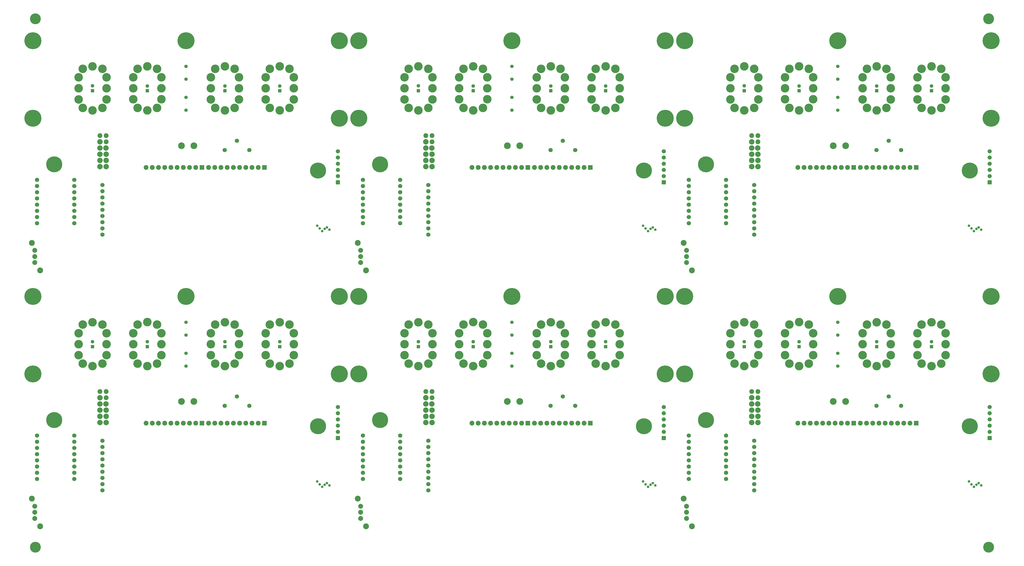
<source format=gbs>
%FSAX24Y24*%
%MOIN*%
G70*
G01*
G75*
G04 Layer_Color=16711935*
%ADD10C,0.0630*%
%ADD11R,3.0070X0.2530*%
G04:AMPARAMS|DCode=12|XSize=24mil|YSize=59.1mil|CornerRadius=0.6mil|HoleSize=0mil|Usage=FLASHONLY|Rotation=270.000|XOffset=0mil|YOffset=0mil|HoleType=Round|Shape=RoundedRectangle|*
%AMROUNDEDRECTD12*
21,1,0.0240,0.0579,0,0,270.0*
21,1,0.0228,0.0591,0,0,270.0*
1,1,0.0012,-0.0289,-0.0114*
1,1,0.0012,-0.0289,0.0114*
1,1,0.0012,0.0289,0.0114*
1,1,0.0012,0.0289,-0.0114*
%
%ADD12ROUNDEDRECTD12*%
G04:AMPARAMS|DCode=13|XSize=24mil|YSize=59.1mil|CornerRadius=0.6mil|HoleSize=0mil|Usage=FLASHONLY|Rotation=180.000|XOffset=0mil|YOffset=0mil|HoleType=Round|Shape=RoundedRectangle|*
%AMROUNDEDRECTD13*
21,1,0.0240,0.0579,0,0,180.0*
21,1,0.0228,0.0591,0,0,180.0*
1,1,0.0012,-0.0114,0.0289*
1,1,0.0012,0.0114,0.0289*
1,1,0.0012,0.0114,-0.0289*
1,1,0.0012,-0.0114,-0.0289*
%
%ADD13ROUNDEDRECTD13*%
%ADD14R,0.0669X0.0984*%
%ADD15R,0.0512X0.0591*%
%ADD16R,0.0512X0.0236*%
%ADD17R,0.0709X0.0630*%
%ADD18R,0.0472X0.1575*%
G04:AMPARAMS|DCode=19|XSize=70.9mil|YSize=63mil|CornerRadius=0mil|HoleSize=0mil|Usage=FLASHONLY|Rotation=315.000|XOffset=0mil|YOffset=0mil|HoleType=Round|Shape=Rectangle|*
%AMROTATEDRECTD19*
4,1,4,-0.0473,0.0028,-0.0028,0.0473,0.0473,-0.0028,0.0028,-0.0473,-0.0473,0.0028,0.0*
%
%ADD19ROTATEDRECTD19*%

G04:AMPARAMS|DCode=20|XSize=70.9mil|YSize=63mil|CornerRadius=0mil|HoleSize=0mil|Usage=FLASHONLY|Rotation=45.000|XOffset=0mil|YOffset=0mil|HoleType=Round|Shape=Rectangle|*
%AMROTATEDRECTD20*
4,1,4,-0.0028,-0.0473,-0.0473,-0.0028,0.0028,0.0473,0.0473,0.0028,-0.0028,-0.0473,0.0*
%
%ADD20ROTATEDRECTD20*%

%ADD21O,0.0236X0.0866*%
%ADD22O,0.0866X0.0236*%
%ADD23R,0.0630X0.1063*%
%ADD24R,0.1063X0.0630*%
%ADD25R,0.0630X0.0709*%
%ADD26O,0.0669X0.0138*%
%ADD27O,0.0138X0.0669*%
%ADD28O,0.0236X0.0787*%
%ADD29R,0.1378X0.0669*%
%ADD30R,0.1417X0.0591*%
%ADD31R,0.1024X0.0945*%
%ADD32R,0.0945X0.1024*%
%ADD33R,0.0984X0.0669*%
G04:AMPARAMS|DCode=34|XSize=21.7mil|YSize=68.9mil|CornerRadius=0mil|HoleSize=0mil|Usage=FLASHONLY|Rotation=135.000|XOffset=0mil|YOffset=0mil|HoleType=Round|Shape=Round|*
%AMOVALD34*
21,1,0.0472,0.0217,0.0000,0.0000,225.0*
1,1,0.0217,0.0167,0.0167*
1,1,0.0217,-0.0167,-0.0167*
%
%ADD34OVALD34*%

G04:AMPARAMS|DCode=35|XSize=21.7mil|YSize=68.9mil|CornerRadius=0mil|HoleSize=0mil|Usage=FLASHONLY|Rotation=225.000|XOffset=0mil|YOffset=0mil|HoleType=Round|Shape=Round|*
%AMOVALD35*
21,1,0.0472,0.0217,0.0000,0.0000,315.0*
1,1,0.0217,-0.0167,0.0167*
1,1,0.0217,0.0167,-0.0167*
%
%ADD35OVALD35*%

%ADD36O,0.0236X0.0591*%
%ADD37R,0.0591X0.0512*%
%ADD38R,0.0551X0.1280*%
%ADD39C,0.0079*%
%ADD40C,0.0197*%
%ADD41C,0.0400*%
%ADD42C,0.0394*%
%ADD43C,0.0118*%
%ADD44C,0.0100*%
%ADD45C,0.0330*%
%ADD46R,0.0394X0.0394*%
%ADD47P,0.1114X4X270.0*%
%ADD48R,0.1000X0.0900*%
%ADD49C,0.1250*%
%ADD50C,0.1300*%
%ADD51C,0.0600*%
%ADD52C,0.0700*%
%ADD53C,0.0800*%
%ADD54R,0.0700X0.0700*%
%ADD55C,0.0709*%
%ADD56C,0.0394*%
%ADD57C,0.2500*%
%ADD58R,0.0492X0.0492*%
%ADD59C,0.0492*%
%ADD60R,0.0591X0.0591*%
%ADD61C,0.0591*%
%ADD62C,0.0472*%
%ADD63C,0.0315*%
%ADD64C,0.0984*%
%ADD65C,0.0600*%
%ADD66R,15.7490X0.1250*%
%ADD67C,0.1850*%
%ADD68R,0.9650X0.5150*%
%ADD69C,0.1650*%
%ADD70C,0.1500*%
%ADD71C,0.1400*%
%ADD72C,0.0640*%
%ADD73C,0.0610*%
G04:AMPARAMS|DCode=74|XSize=84mil|YSize=84mil|CornerRadius=0mil|HoleSize=0mil|Usage=FLASHONLY|Rotation=0.000|XOffset=0mil|YOffset=0mil|HoleType=Round|Shape=Relief|Width=10mil|Gap=10mil|Entries=4|*
%AMTHD74*
7,0,0,0.0840,0.0640,0.0100,45*
%
%ADD74THD74*%
%ADD75C,0.0770*%
%ADD76C,0.0750*%
G04:AMPARAMS|DCode=77|XSize=100mil|YSize=100mil|CornerRadius=0mil|HoleSize=0mil|Usage=FLASHONLY|Rotation=0.000|XOffset=0mil|YOffset=0mil|HoleType=Round|Shape=Relief|Width=10mil|Gap=10mil|Entries=4|*
%AMTHD77*
7,0,0,0.1000,0.0800,0.0100,45*
%
%ADD77THD77*%
G04:AMPARAMS|DCode=78|XSize=95mil|YSize=95mil|CornerRadius=0mil|HoleSize=0mil|Usage=FLASHONLY|Rotation=0.000|XOffset=0mil|YOffset=0mil|HoleType=Round|Shape=Relief|Width=10mil|Gap=10mil|Entries=4|*
%AMTHD78*
7,0,0,0.0950,0.0750,0.0100,45*
%
%ADD78THD78*%
G04:AMPARAMS|DCode=79|XSize=90mil|YSize=90mil|CornerRadius=0mil|HoleSize=0mil|Usage=FLASHONLY|Rotation=0.000|XOffset=0mil|YOffset=0mil|HoleType=Round|Shape=Relief|Width=10mil|Gap=10mil|Entries=4|*
%AMTHD79*
7,0,0,0.0900,0.0700,0.0100,45*
%
%ADD79THD79*%
%ADD80C,0.0872*%
%ADD81C,0.0754*%
%ADD82C,0.0597*%
%ADD83C,0.1685*%
%ADD84C,0.0695*%
G04:AMPARAMS|DCode=85|XSize=95.433mil|YSize=95.433mil|CornerRadius=0mil|HoleSize=0mil|Usage=FLASHONLY|Rotation=0.000|XOffset=0mil|YOffset=0mil|HoleType=Round|Shape=Relief|Width=10mil|Gap=10mil|Entries=4|*
%AMTHD85*
7,0,0,0.0954,0.0754,0.0100,45*
%
%ADD85THD85*%
%ADD86C,0.0650*%
%ADD87C,0.0518*%
%ADD88C,0.1100*%
G04:AMPARAMS|DCode=89|XSize=71.811mil|YSize=71.811mil|CornerRadius=0mil|HoleSize=0mil|Usage=FLASHONLY|Rotation=0.000|XOffset=0mil|YOffset=0mil|HoleType=Round|Shape=Relief|Width=10mil|Gap=10mil|Entries=4|*
%AMTHD89*
7,0,0,0.0718,0.0518,0.0100,45*
%
%ADD89THD89*%
%ADD90C,0.0787*%
%ADD91C,0.1250*%
G04:AMPARAMS|DCode=92|XSize=89.528mil|YSize=89.528mil|CornerRadius=0mil|HoleSize=0mil|Usage=FLASHONLY|Rotation=0.000|XOffset=0mil|YOffset=0mil|HoleType=Round|Shape=Relief|Width=10mil|Gap=10mil|Entries=4|*
%AMTHD92*
7,0,0,0.0895,0.0695,0.0100,45*
%
%ADD92THD92*%
%ADD93C,0.0750*%
%ADD94C,0.0295*%
%ADD95R,0.5118X0.3543*%
%ADD96R,0.0230X0.2510*%
%ADD97C,0.0050*%
%ADD98C,0.0098*%
%ADD99C,0.1181*%
%ADD100C,0.0236*%
%ADD101C,0.0039*%
%ADD102C,0.0080*%
%ADD103R,0.1715X0.0705*%
%ADD104R,0.0815X0.0830*%
%ADD105R,0.0910X0.0580*%
%ADD106R,0.0310X0.1160*%
%ADD107R,0.1673X0.1525*%
%ADD108R,0.4331X0.0320*%
%ADD109C,0.1417*%
G04:AMPARAMS|DCode=110|XSize=32mil|YSize=67.1mil|CornerRadius=4.6mil|HoleSize=0mil|Usage=FLASHONLY|Rotation=270.000|XOffset=0mil|YOffset=0mil|HoleType=Round|Shape=RoundedRectangle|*
%AMROUNDEDRECTD110*
21,1,0.0320,0.0579,0,0,270.0*
21,1,0.0228,0.0671,0,0,270.0*
1,1,0.0092,-0.0289,-0.0114*
1,1,0.0092,-0.0289,0.0114*
1,1,0.0092,0.0289,0.0114*
1,1,0.0092,0.0289,-0.0114*
%
%ADD110ROUNDEDRECTD110*%
G04:AMPARAMS|DCode=111|XSize=32mil|YSize=67.1mil|CornerRadius=4.6mil|HoleSize=0mil|Usage=FLASHONLY|Rotation=180.000|XOffset=0mil|YOffset=0mil|HoleType=Round|Shape=RoundedRectangle|*
%AMROUNDEDRECTD111*
21,1,0.0320,0.0579,0,0,180.0*
21,1,0.0228,0.0671,0,0,180.0*
1,1,0.0092,-0.0114,0.0289*
1,1,0.0092,0.0114,0.0289*
1,1,0.0092,0.0114,-0.0289*
1,1,0.0092,-0.0114,-0.0289*
%
%ADD111ROUNDEDRECTD111*%
%ADD112R,0.0749X0.1064*%
%ADD113R,0.0592X0.0671*%
%ADD114R,0.0592X0.0316*%
%ADD115R,0.0789X0.0710*%
%ADD116R,0.0552X0.1655*%
G04:AMPARAMS|DCode=117|XSize=78.9mil|YSize=71mil|CornerRadius=0mil|HoleSize=0mil|Usage=FLASHONLY|Rotation=315.000|XOffset=0mil|YOffset=0mil|HoleType=Round|Shape=Rectangle|*
%AMROTATEDRECTD117*
4,1,4,-0.0530,0.0028,-0.0028,0.0530,0.0530,-0.0028,0.0028,-0.0530,-0.0530,0.0028,0.0*
%
%ADD117ROTATEDRECTD117*%

G04:AMPARAMS|DCode=118|XSize=78.9mil|YSize=71mil|CornerRadius=0mil|HoleSize=0mil|Usage=FLASHONLY|Rotation=45.000|XOffset=0mil|YOffset=0mil|HoleType=Round|Shape=Rectangle|*
%AMROTATEDRECTD118*
4,1,4,-0.0028,-0.0530,-0.0530,-0.0028,0.0028,0.0530,0.0530,0.0028,-0.0028,-0.0530,0.0*
%
%ADD118ROTATEDRECTD118*%

%ADD119O,0.0316X0.0946*%
%ADD120O,0.0946X0.0316*%
%ADD121R,0.0710X0.1143*%
%ADD122R,0.1143X0.0710*%
%ADD123R,0.0710X0.0789*%
%ADD124O,0.0689X0.0158*%
%ADD125O,0.0158X0.0689*%
%ADD126O,0.0316X0.0867*%
%ADD127R,0.1458X0.0749*%
%ADD128R,0.1497X0.0671*%
%ADD129R,0.1104X0.1025*%
%ADD130R,0.1025X0.1104*%
%ADD131R,0.1064X0.0749*%
G04:AMPARAMS|DCode=132|XSize=37.4mil|YSize=84.6mil|CornerRadius=0mil|HoleSize=0mil|Usage=FLASHONLY|Rotation=135.000|XOffset=0mil|YOffset=0mil|HoleType=Round|Shape=Round|*
%AMOVALD132*
21,1,0.0472,0.0374,0.0000,0.0000,225.0*
1,1,0.0374,0.0167,0.0167*
1,1,0.0374,-0.0167,-0.0167*
%
%ADD132OVALD132*%

G04:AMPARAMS|DCode=133|XSize=37.4mil|YSize=84.6mil|CornerRadius=0mil|HoleSize=0mil|Usage=FLASHONLY|Rotation=225.000|XOffset=0mil|YOffset=0mil|HoleType=Round|Shape=Round|*
%AMOVALD133*
21,1,0.0472,0.0374,0.0000,0.0000,315.0*
1,1,0.0374,-0.0167,0.0167*
1,1,0.0374,0.0167,-0.0167*
%
%ADD133OVALD133*%

%ADD134O,0.0316X0.0671*%
%ADD135R,0.0671X0.0592*%
%ADD136R,0.0631X0.1360*%
%ADD137C,0.1750*%
%ADD138C,0.1380*%
%ADD139C,0.0680*%
%ADD140C,0.0780*%
%ADD141C,0.0880*%
%ADD142R,0.0780X0.0780*%
%ADD143C,0.0945*%
%ADD144C,0.0789*%
%ADD145C,0.2580*%
%ADD146C,0.2736*%
%ADD147R,0.0572X0.0572*%
%ADD148C,0.0572*%
%ADD149R,0.0671X0.0671*%
%ADD150C,0.0671*%
%ADD151C,0.0080*%
%ADD152C,0.0552*%
%ADD153C,0.0415*%
%ADD154C,0.1084*%
D137*
X012509Y098027D02*
D03*
X166072D02*
D03*
Y012840D02*
D03*
X012509D02*
D03*
D138*
X050286Y048708D02*
D03*
X049597Y047330D02*
D03*
Y045558D02*
D03*
Y043786D02*
D03*
X050286Y042408D02*
D03*
X051860Y042015D02*
D03*
Y049101D02*
D03*
X053435Y048708D02*
D03*
X054124Y047330D02*
D03*
Y045558D02*
D03*
Y043786D02*
D03*
X053435Y042408D02*
D03*
X044615D02*
D03*
X045304Y043786D02*
D03*
Y045558D02*
D03*
Y047330D02*
D03*
X044615Y048708D02*
D03*
X043040Y049101D02*
D03*
Y042015D02*
D03*
X041466Y042408D02*
D03*
X040777Y043786D02*
D03*
Y045558D02*
D03*
Y047330D02*
D03*
X041466Y048708D02*
D03*
X028966Y048716D02*
D03*
X028277Y047338D02*
D03*
Y045566D02*
D03*
Y043794D02*
D03*
X028966Y042416D02*
D03*
X030540Y042023D02*
D03*
Y049109D02*
D03*
X032115Y048716D02*
D03*
X032804Y047338D02*
D03*
Y045566D02*
D03*
Y043794D02*
D03*
X032115Y042416D02*
D03*
X023295Y042408D02*
D03*
X023984Y043786D02*
D03*
Y045558D02*
D03*
Y047330D02*
D03*
X023295Y048708D02*
D03*
X021720Y049101D02*
D03*
Y042015D02*
D03*
X020146Y042408D02*
D03*
X019457Y043786D02*
D03*
Y045558D02*
D03*
Y047330D02*
D03*
X020146Y048708D02*
D03*
X102786D02*
D03*
X102097Y047330D02*
D03*
Y045558D02*
D03*
Y043786D02*
D03*
X102786Y042408D02*
D03*
X104360Y042015D02*
D03*
Y049101D02*
D03*
X105935Y048708D02*
D03*
X106624Y047330D02*
D03*
Y045558D02*
D03*
Y043786D02*
D03*
X105935Y042408D02*
D03*
X097115D02*
D03*
X097804Y043786D02*
D03*
Y045558D02*
D03*
Y047330D02*
D03*
X097115Y048708D02*
D03*
X095540Y049101D02*
D03*
Y042015D02*
D03*
X093966Y042408D02*
D03*
X093277Y043786D02*
D03*
Y045558D02*
D03*
Y047330D02*
D03*
X093966Y048708D02*
D03*
X081466Y048716D02*
D03*
X080777Y047338D02*
D03*
Y045566D02*
D03*
Y043794D02*
D03*
X081466Y042416D02*
D03*
X083040Y042023D02*
D03*
Y049109D02*
D03*
X084615Y048716D02*
D03*
X085304Y047338D02*
D03*
Y045566D02*
D03*
Y043794D02*
D03*
X084615Y042416D02*
D03*
X075795Y042408D02*
D03*
X076484Y043786D02*
D03*
Y045558D02*
D03*
Y047330D02*
D03*
X075795Y048708D02*
D03*
X074220Y049101D02*
D03*
Y042015D02*
D03*
X072646Y042408D02*
D03*
X071957Y043786D02*
D03*
Y045558D02*
D03*
Y047330D02*
D03*
X072646Y048708D02*
D03*
X155286D02*
D03*
X154597Y047330D02*
D03*
Y045558D02*
D03*
Y043786D02*
D03*
X155286Y042408D02*
D03*
X156860Y042015D02*
D03*
Y049101D02*
D03*
X158435Y048708D02*
D03*
X159124Y047330D02*
D03*
Y045558D02*
D03*
Y043786D02*
D03*
X158435Y042408D02*
D03*
X149615D02*
D03*
X150304Y043786D02*
D03*
Y045558D02*
D03*
Y047330D02*
D03*
X149615Y048708D02*
D03*
X148040Y049101D02*
D03*
Y042015D02*
D03*
X146466Y042408D02*
D03*
X145777Y043786D02*
D03*
Y045558D02*
D03*
Y047330D02*
D03*
X146466Y048708D02*
D03*
X133966Y048716D02*
D03*
X133277Y047338D02*
D03*
Y045566D02*
D03*
Y043794D02*
D03*
X133966Y042416D02*
D03*
X135540Y042023D02*
D03*
Y049109D02*
D03*
X137115Y048716D02*
D03*
X137804Y047338D02*
D03*
Y045566D02*
D03*
Y043794D02*
D03*
X137115Y042416D02*
D03*
X128295Y042408D02*
D03*
X128984Y043786D02*
D03*
Y045558D02*
D03*
Y047330D02*
D03*
X128295Y048708D02*
D03*
X126720Y049101D02*
D03*
Y042015D02*
D03*
X125146Y042408D02*
D03*
X124457Y043786D02*
D03*
Y045558D02*
D03*
Y047330D02*
D03*
X125146Y048708D02*
D03*
X050286Y089958D02*
D03*
X049597Y088580D02*
D03*
Y086808D02*
D03*
Y085036D02*
D03*
X050286Y083658D02*
D03*
X051860Y083265D02*
D03*
Y090351D02*
D03*
X053435Y089958D02*
D03*
X054124Y088580D02*
D03*
Y086808D02*
D03*
Y085036D02*
D03*
X053435Y083658D02*
D03*
X044615D02*
D03*
X045304Y085036D02*
D03*
Y086808D02*
D03*
Y088580D02*
D03*
X044615Y089958D02*
D03*
X043040Y090351D02*
D03*
Y083265D02*
D03*
X041466Y083658D02*
D03*
X040777Y085036D02*
D03*
Y086808D02*
D03*
Y088580D02*
D03*
X041466Y089958D02*
D03*
X028966Y089966D02*
D03*
X028277Y088588D02*
D03*
Y086816D02*
D03*
Y085044D02*
D03*
X028966Y083666D02*
D03*
X030540Y083273D02*
D03*
Y090359D02*
D03*
X032115Y089966D02*
D03*
X032804Y088588D02*
D03*
Y086816D02*
D03*
Y085044D02*
D03*
X032115Y083666D02*
D03*
X023295Y083658D02*
D03*
X023984Y085036D02*
D03*
Y086808D02*
D03*
Y088580D02*
D03*
X023295Y089958D02*
D03*
X021720Y090351D02*
D03*
Y083265D02*
D03*
X020146Y083658D02*
D03*
X019457Y085036D02*
D03*
Y086808D02*
D03*
Y088580D02*
D03*
X020146Y089958D02*
D03*
X102786D02*
D03*
X102097Y088580D02*
D03*
Y086808D02*
D03*
Y085036D02*
D03*
X102786Y083658D02*
D03*
X104360Y083265D02*
D03*
Y090351D02*
D03*
X105935Y089958D02*
D03*
X106624Y088580D02*
D03*
Y086808D02*
D03*
Y085036D02*
D03*
X105935Y083658D02*
D03*
X097115D02*
D03*
X097804Y085036D02*
D03*
Y086808D02*
D03*
Y088580D02*
D03*
X097115Y089958D02*
D03*
X095540Y090351D02*
D03*
Y083265D02*
D03*
X093966Y083658D02*
D03*
X093277Y085036D02*
D03*
Y086808D02*
D03*
Y088580D02*
D03*
X093966Y089958D02*
D03*
X081466Y089966D02*
D03*
X080777Y088588D02*
D03*
Y086816D02*
D03*
Y085044D02*
D03*
X081466Y083666D02*
D03*
X083040Y083273D02*
D03*
Y090359D02*
D03*
X084615Y089966D02*
D03*
X085304Y088588D02*
D03*
Y086816D02*
D03*
Y085044D02*
D03*
X084615Y083666D02*
D03*
X075795Y083658D02*
D03*
X076484Y085036D02*
D03*
Y086808D02*
D03*
Y088580D02*
D03*
X075795Y089958D02*
D03*
X074220Y090351D02*
D03*
Y083265D02*
D03*
X072646Y083658D02*
D03*
X071957Y085036D02*
D03*
Y086808D02*
D03*
Y088580D02*
D03*
X072646Y089958D02*
D03*
X155286D02*
D03*
X154597Y088580D02*
D03*
Y086808D02*
D03*
Y085036D02*
D03*
X155286Y083658D02*
D03*
X156860Y083265D02*
D03*
Y090351D02*
D03*
X158435Y089958D02*
D03*
X159124Y088580D02*
D03*
Y086808D02*
D03*
Y085036D02*
D03*
X158435Y083658D02*
D03*
X149615D02*
D03*
X150304Y085036D02*
D03*
Y086808D02*
D03*
Y088580D02*
D03*
X149615Y089958D02*
D03*
X148040Y090351D02*
D03*
Y083265D02*
D03*
X146466Y083658D02*
D03*
X145777Y085036D02*
D03*
Y086808D02*
D03*
Y088580D02*
D03*
X146466Y089958D02*
D03*
X133966Y089966D02*
D03*
X133277Y088588D02*
D03*
Y086816D02*
D03*
Y085044D02*
D03*
X133966Y083666D02*
D03*
X135540Y083273D02*
D03*
Y090359D02*
D03*
X137115Y089966D02*
D03*
X137804Y088588D02*
D03*
Y086816D02*
D03*
Y085044D02*
D03*
X137115Y083666D02*
D03*
X128295Y083658D02*
D03*
X128984Y085036D02*
D03*
Y086808D02*
D03*
Y088580D02*
D03*
X128295Y089958D02*
D03*
X126720Y090351D02*
D03*
Y083265D02*
D03*
X125146Y083658D02*
D03*
X124457Y085036D02*
D03*
Y086808D02*
D03*
Y088580D02*
D03*
X125146Y089958D02*
D03*
D139*
X012790Y023808D02*
D03*
Y024808D02*
D03*
Y025808D02*
D03*
Y026808D02*
D03*
Y027808D02*
D03*
Y028808D02*
D03*
Y029808D02*
D03*
Y030808D02*
D03*
X018790D02*
D03*
Y029808D02*
D03*
Y028808D02*
D03*
Y027808D02*
D03*
Y026808D02*
D03*
Y025808D02*
D03*
Y024808D02*
D03*
Y023808D02*
D03*
X023306Y029981D02*
D03*
Y028981D02*
D03*
Y027981D02*
D03*
Y026981D02*
D03*
Y025981D02*
D03*
Y024981D02*
D03*
Y023981D02*
D03*
Y022981D02*
D03*
Y021981D02*
D03*
X046959Y035608D02*
D03*
X044990Y037108D02*
D03*
X043022Y035608D02*
D03*
X065290Y023808D02*
D03*
Y024808D02*
D03*
Y025808D02*
D03*
Y026808D02*
D03*
Y027808D02*
D03*
Y028808D02*
D03*
Y029808D02*
D03*
Y030808D02*
D03*
X071290D02*
D03*
Y029808D02*
D03*
Y028808D02*
D03*
Y027808D02*
D03*
Y026808D02*
D03*
Y025808D02*
D03*
Y024808D02*
D03*
Y023808D02*
D03*
X075806Y029981D02*
D03*
Y028981D02*
D03*
Y027981D02*
D03*
Y026981D02*
D03*
Y025981D02*
D03*
Y024981D02*
D03*
Y023981D02*
D03*
Y022981D02*
D03*
Y021981D02*
D03*
X099459Y035608D02*
D03*
X097490Y037108D02*
D03*
X095522Y035608D02*
D03*
X117790Y023808D02*
D03*
Y024808D02*
D03*
Y025808D02*
D03*
Y026808D02*
D03*
Y027808D02*
D03*
Y028808D02*
D03*
Y029808D02*
D03*
Y030808D02*
D03*
X123790D02*
D03*
Y029808D02*
D03*
Y028808D02*
D03*
Y027808D02*
D03*
Y026808D02*
D03*
Y025808D02*
D03*
Y024808D02*
D03*
Y023808D02*
D03*
X128306Y029981D02*
D03*
Y028981D02*
D03*
Y027981D02*
D03*
Y026981D02*
D03*
Y025981D02*
D03*
Y024981D02*
D03*
Y023981D02*
D03*
Y022981D02*
D03*
Y021981D02*
D03*
X151959Y035608D02*
D03*
X149990Y037108D02*
D03*
X148022Y035608D02*
D03*
X012790Y065058D02*
D03*
Y066058D02*
D03*
Y067058D02*
D03*
Y068058D02*
D03*
Y069058D02*
D03*
Y070058D02*
D03*
Y071058D02*
D03*
Y072058D02*
D03*
X018790D02*
D03*
Y071058D02*
D03*
Y070058D02*
D03*
Y069058D02*
D03*
Y068058D02*
D03*
Y067058D02*
D03*
Y066058D02*
D03*
Y065058D02*
D03*
X023306Y071231D02*
D03*
Y070231D02*
D03*
Y069231D02*
D03*
Y068231D02*
D03*
Y067231D02*
D03*
Y066231D02*
D03*
Y065231D02*
D03*
Y064231D02*
D03*
Y063231D02*
D03*
X046959Y076858D02*
D03*
X044990Y078358D02*
D03*
X043022Y076858D02*
D03*
X065290Y065058D02*
D03*
Y066058D02*
D03*
Y067058D02*
D03*
Y068058D02*
D03*
Y069058D02*
D03*
Y070058D02*
D03*
Y071058D02*
D03*
Y072058D02*
D03*
X071290D02*
D03*
Y071058D02*
D03*
Y070058D02*
D03*
Y069058D02*
D03*
Y068058D02*
D03*
Y067058D02*
D03*
Y066058D02*
D03*
Y065058D02*
D03*
X075806Y071231D02*
D03*
Y070231D02*
D03*
Y069231D02*
D03*
Y068231D02*
D03*
Y067231D02*
D03*
Y066231D02*
D03*
Y065231D02*
D03*
Y064231D02*
D03*
Y063231D02*
D03*
X099459Y076858D02*
D03*
X097490Y078358D02*
D03*
X095522Y076858D02*
D03*
X117790Y065058D02*
D03*
Y066058D02*
D03*
Y067058D02*
D03*
Y068058D02*
D03*
Y069058D02*
D03*
Y070058D02*
D03*
Y071058D02*
D03*
Y072058D02*
D03*
X123790D02*
D03*
Y071058D02*
D03*
Y070058D02*
D03*
Y069058D02*
D03*
Y068058D02*
D03*
Y067058D02*
D03*
Y066058D02*
D03*
Y065058D02*
D03*
X128306Y071231D02*
D03*
Y070231D02*
D03*
Y069231D02*
D03*
Y068231D02*
D03*
Y067231D02*
D03*
Y066231D02*
D03*
Y065231D02*
D03*
Y064231D02*
D03*
Y063231D02*
D03*
X151959Y076858D02*
D03*
X149990Y078358D02*
D03*
X148022Y076858D02*
D03*
D140*
X022903Y037930D02*
D03*
X023903D02*
D03*
Y036930D02*
D03*
X038330Y032808D02*
D03*
X037330D02*
D03*
X036330D02*
D03*
X035330D02*
D03*
X034330D02*
D03*
X033330D02*
D03*
X032330D02*
D03*
X031330D02*
D03*
X030330D02*
D03*
X040410D02*
D03*
X041410D02*
D03*
X042410D02*
D03*
X043410D02*
D03*
X044410D02*
D03*
X045410D02*
D03*
X046410D02*
D03*
X047410D02*
D03*
X048410D02*
D03*
X075403Y037930D02*
D03*
X076403D02*
D03*
Y036930D02*
D03*
X090830Y032808D02*
D03*
X089830D02*
D03*
X088830D02*
D03*
X087830D02*
D03*
X086830D02*
D03*
X085830D02*
D03*
X084830D02*
D03*
X083830D02*
D03*
X082830D02*
D03*
X092910D02*
D03*
X093910D02*
D03*
X094910D02*
D03*
X095910D02*
D03*
X096910D02*
D03*
X097910D02*
D03*
X098910D02*
D03*
X099910D02*
D03*
X100910D02*
D03*
X127903Y037930D02*
D03*
X128903D02*
D03*
Y036930D02*
D03*
X143330Y032808D02*
D03*
X142330D02*
D03*
X141330D02*
D03*
X140330D02*
D03*
X139330D02*
D03*
X138330D02*
D03*
X137330D02*
D03*
X136330D02*
D03*
X135330D02*
D03*
X145410D02*
D03*
X146410D02*
D03*
X147410D02*
D03*
X148410D02*
D03*
X149410D02*
D03*
X150410D02*
D03*
X151410D02*
D03*
X152410D02*
D03*
X153410D02*
D03*
X022903Y079180D02*
D03*
X023903D02*
D03*
Y078180D02*
D03*
X038330Y074058D02*
D03*
X037330D02*
D03*
X036330D02*
D03*
X035330D02*
D03*
X034330D02*
D03*
X033330D02*
D03*
X032330D02*
D03*
X031330D02*
D03*
X030330D02*
D03*
X040410D02*
D03*
X041410D02*
D03*
X042410D02*
D03*
X043410D02*
D03*
X044410D02*
D03*
X045410D02*
D03*
X046410D02*
D03*
X047410D02*
D03*
X048410D02*
D03*
X075403Y079180D02*
D03*
X076403D02*
D03*
Y078180D02*
D03*
X090830Y074058D02*
D03*
X089830D02*
D03*
X088830D02*
D03*
X087830D02*
D03*
X086830D02*
D03*
X085830D02*
D03*
X084830D02*
D03*
X083830D02*
D03*
X082830D02*
D03*
X092910D02*
D03*
X093910D02*
D03*
X094910D02*
D03*
X095910D02*
D03*
X096910D02*
D03*
X097910D02*
D03*
X098910D02*
D03*
X099910D02*
D03*
X100910D02*
D03*
X127903Y079180D02*
D03*
X128903D02*
D03*
Y078180D02*
D03*
X143330Y074058D02*
D03*
X142330D02*
D03*
X141330D02*
D03*
X140330D02*
D03*
X139330D02*
D03*
X138330D02*
D03*
X137330D02*
D03*
X136330D02*
D03*
X135330D02*
D03*
X145410D02*
D03*
X146410D02*
D03*
X147410D02*
D03*
X148410D02*
D03*
X149410D02*
D03*
X150410D02*
D03*
X151410D02*
D03*
X152410D02*
D03*
X153410D02*
D03*
D141*
X022903Y036930D02*
D03*
Y035930D02*
D03*
Y034930D02*
D03*
Y033930D02*
D03*
Y032930D02*
D03*
X023887Y035930D02*
D03*
X023903Y034930D02*
D03*
Y033930D02*
D03*
Y032930D02*
D03*
X075403Y036930D02*
D03*
Y035930D02*
D03*
Y034930D02*
D03*
Y033930D02*
D03*
Y032930D02*
D03*
X076387Y035930D02*
D03*
X076403Y034930D02*
D03*
Y033930D02*
D03*
Y032930D02*
D03*
X127903Y036930D02*
D03*
Y035930D02*
D03*
Y034930D02*
D03*
Y033930D02*
D03*
Y032930D02*
D03*
X128887Y035930D02*
D03*
X128903Y034930D02*
D03*
Y033930D02*
D03*
Y032930D02*
D03*
X022903Y078180D02*
D03*
Y077180D02*
D03*
Y076180D02*
D03*
Y075180D02*
D03*
Y074180D02*
D03*
X023887Y077180D02*
D03*
X023903Y076180D02*
D03*
Y075180D02*
D03*
Y074180D02*
D03*
X075403Y078180D02*
D03*
Y077180D02*
D03*
Y076180D02*
D03*
Y075180D02*
D03*
Y074180D02*
D03*
X076387Y077180D02*
D03*
X076403Y076180D02*
D03*
Y075180D02*
D03*
Y074180D02*
D03*
X127903Y078180D02*
D03*
Y077180D02*
D03*
Y076180D02*
D03*
Y075180D02*
D03*
Y074180D02*
D03*
X128887Y077180D02*
D03*
X128903Y076180D02*
D03*
Y075180D02*
D03*
Y074180D02*
D03*
D142*
X039330Y032808D02*
D03*
X049410D02*
D03*
X091830D02*
D03*
X101910D02*
D03*
X144330D02*
D03*
X154410D02*
D03*
X039330Y074058D02*
D03*
X049410D02*
D03*
X091830D02*
D03*
X101910D02*
D03*
X144330D02*
D03*
X154410D02*
D03*
D143*
X011940Y020648D02*
D03*
X013279Y016199D02*
D03*
X064440Y020648D02*
D03*
X065779Y016199D02*
D03*
X116940Y020648D02*
D03*
X118279Y016199D02*
D03*
X011940Y061898D02*
D03*
X013279Y057449D02*
D03*
X064440Y061898D02*
D03*
X065779Y057449D02*
D03*
X116940Y061898D02*
D03*
X118279Y057449D02*
D03*
D144*
X012413Y019428D02*
D03*
Y018443D02*
D03*
Y017459D02*
D03*
X064913Y019428D02*
D03*
Y018443D02*
D03*
Y017459D02*
D03*
X117413Y019428D02*
D03*
Y018443D02*
D03*
Y017459D02*
D03*
X012413Y060678D02*
D03*
Y059693D02*
D03*
Y058709D02*
D03*
X064913Y060678D02*
D03*
Y059693D02*
D03*
Y058709D02*
D03*
X117413Y060678D02*
D03*
Y059693D02*
D03*
Y058709D02*
D03*
D145*
X058040Y032308D02*
D03*
X015540Y033308D02*
D03*
X110540Y032308D02*
D03*
X068040Y033308D02*
D03*
X163040Y032308D02*
D03*
X120540Y033308D02*
D03*
X058040Y073558D02*
D03*
X015540Y074558D02*
D03*
X110540Y073558D02*
D03*
X068040Y074558D02*
D03*
X163040Y073558D02*
D03*
X120540Y074558D02*
D03*
D146*
X012103Y040746D02*
D03*
Y053246D02*
D03*
X061478Y053246D02*
D03*
Y040746D02*
D03*
X036790Y053246D02*
D03*
X064603Y040746D02*
D03*
Y053246D02*
D03*
X113978Y053246D02*
D03*
Y040746D02*
D03*
X089290Y053246D02*
D03*
X117103Y040746D02*
D03*
Y053246D02*
D03*
X166478Y053246D02*
D03*
Y040746D02*
D03*
X141790Y053246D02*
D03*
X012103Y081996D02*
D03*
Y094496D02*
D03*
X061478Y094496D02*
D03*
Y081996D02*
D03*
X036790Y094496D02*
D03*
X064603Y081996D02*
D03*
Y094496D02*
D03*
X113978Y094496D02*
D03*
Y081996D02*
D03*
X089290Y094496D02*
D03*
X117103Y081996D02*
D03*
Y094496D02*
D03*
X166478Y094496D02*
D03*
Y081996D02*
D03*
X141790Y094496D02*
D03*
D147*
X021721Y045172D02*
D03*
X030540Y045162D02*
D03*
X043040Y045164D02*
D03*
X051860D02*
D03*
X074221Y045172D02*
D03*
X083040Y045162D02*
D03*
X095540Y045164D02*
D03*
X104360D02*
D03*
X126721Y045172D02*
D03*
X135540Y045162D02*
D03*
X148040Y045164D02*
D03*
X156860D02*
D03*
X021721Y086422D02*
D03*
X030540Y086412D02*
D03*
X043040Y086414D02*
D03*
X051860D02*
D03*
X074221Y086422D02*
D03*
X083040Y086412D02*
D03*
X095540Y086414D02*
D03*
X104360D02*
D03*
X126721Y086422D02*
D03*
X135540Y086412D02*
D03*
X148040Y086414D02*
D03*
X156860D02*
D03*
D148*
X021721Y045960D02*
D03*
X030540Y045950D02*
D03*
X043040Y045952D02*
D03*
X051860D02*
D03*
X074221Y045960D02*
D03*
X083040Y045950D02*
D03*
X095540Y045952D02*
D03*
X104360D02*
D03*
X126721Y045960D02*
D03*
X135540Y045950D02*
D03*
X148040Y045952D02*
D03*
X156860D02*
D03*
X021721Y087210D02*
D03*
X030540Y087200D02*
D03*
X043040Y087202D02*
D03*
X051860D02*
D03*
X074221Y087210D02*
D03*
X083040Y087200D02*
D03*
X095540Y087202D02*
D03*
X104360D02*
D03*
X126721Y087210D02*
D03*
X135540Y087200D02*
D03*
X148040Y087202D02*
D03*
X156860D02*
D03*
D149*
X061250Y030418D02*
D03*
X113750D02*
D03*
X166250D02*
D03*
X061250Y071668D02*
D03*
X113750D02*
D03*
X166250D02*
D03*
D150*
X061250Y031418D02*
D03*
Y032418D02*
D03*
Y033418D02*
D03*
Y034418D02*
D03*
Y035418D02*
D03*
X113750Y031418D02*
D03*
Y032418D02*
D03*
Y033418D02*
D03*
Y034418D02*
D03*
Y035418D02*
D03*
X166250Y031418D02*
D03*
Y032418D02*
D03*
Y033418D02*
D03*
Y034418D02*
D03*
Y035418D02*
D03*
X061250Y072668D02*
D03*
Y073668D02*
D03*
Y074668D02*
D03*
Y075668D02*
D03*
Y076668D02*
D03*
X113750Y072668D02*
D03*
Y073668D02*
D03*
Y074668D02*
D03*
Y075668D02*
D03*
Y076668D02*
D03*
X166250Y072668D02*
D03*
Y073668D02*
D03*
Y074668D02*
D03*
Y075668D02*
D03*
Y076668D02*
D03*
D151*
X036790Y048058D02*
D03*
Y043058D02*
D03*
X089290Y048058D02*
D03*
Y043058D02*
D03*
X141790Y048058D02*
D03*
Y043058D02*
D03*
X036790Y089308D02*
D03*
Y084308D02*
D03*
X089290Y089308D02*
D03*
Y084308D02*
D03*
X141790Y089308D02*
D03*
Y084308D02*
D03*
D152*
X036790Y047025D02*
D03*
Y049092D02*
D03*
Y044092D02*
D03*
Y042025D02*
D03*
X089290Y047025D02*
D03*
Y049092D02*
D03*
Y044092D02*
D03*
Y042025D02*
D03*
X141790Y047025D02*
D03*
Y049092D02*
D03*
Y044092D02*
D03*
Y042025D02*
D03*
X036790Y088275D02*
D03*
Y090342D02*
D03*
Y085342D02*
D03*
Y083275D02*
D03*
X089290Y088275D02*
D03*
Y090342D02*
D03*
Y085342D02*
D03*
Y083275D02*
D03*
X141790Y088275D02*
D03*
Y090342D02*
D03*
Y085342D02*
D03*
Y083275D02*
D03*
D153*
X057912Y023420D02*
D03*
X058306Y022958D02*
D03*
X058719Y022542D02*
D03*
X059881Y022790D02*
D03*
X059489Y023149D02*
D03*
X059095Y022903D02*
D03*
X110412Y023420D02*
D03*
X110806Y022958D02*
D03*
X111219Y022542D02*
D03*
X112381Y022790D02*
D03*
X111989Y023149D02*
D03*
X111595Y022903D02*
D03*
X162912Y023420D02*
D03*
X163306Y022958D02*
D03*
X163719Y022542D02*
D03*
X164881Y022790D02*
D03*
X164489Y023149D02*
D03*
X164095Y022903D02*
D03*
X057912Y064670D02*
D03*
X058306Y064208D02*
D03*
X058719Y063792D02*
D03*
X059881Y064040D02*
D03*
X059489Y064399D02*
D03*
X059095Y064153D02*
D03*
X110412Y064670D02*
D03*
X110806Y064208D02*
D03*
X111219Y063792D02*
D03*
X112381Y064040D02*
D03*
X111989Y064399D02*
D03*
X111595Y064153D02*
D03*
X162912Y064670D02*
D03*
X163306Y064208D02*
D03*
X163719Y063792D02*
D03*
X164881Y064040D02*
D03*
X164489Y064399D02*
D03*
X164095Y064153D02*
D03*
D154*
X036040Y036308D02*
D03*
X038040D02*
D03*
X088540D02*
D03*
X090540D02*
D03*
X141040D02*
D03*
X143040D02*
D03*
X036040Y077558D02*
D03*
X038040D02*
D03*
X088540D02*
D03*
X090540D02*
D03*
X141040D02*
D03*
X143040D02*
D03*
M02*

</source>
